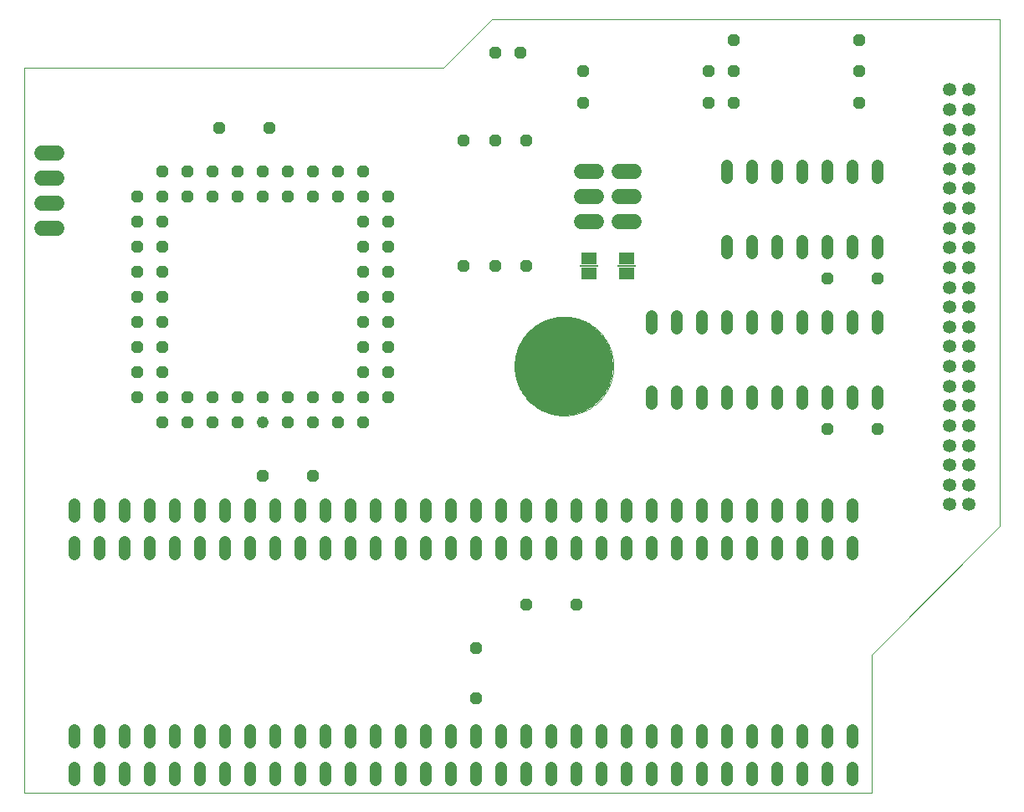
<source format=gts>
G04 EAGLE Gerber RS-274X export*
G75*
%MOMM*%
%FSLAX34Y34*%
%LPD*%
%INSolder Mask top*%
%IPPOS*%
%AMOC8*
5,1,8,0,0,1.08239X$1,22.5*%
G01*
%ADD10C,0.000000*%
%ADD11C,10.000000*%
%ADD12C,1.219200*%
%ADD13P,1.319650X8X202.500000*%
%ADD14C,1.219200*%
%ADD15C,1.524000*%
%ADD16C,1.350000*%
%ADD17P,1.319650X8X292.500000*%
%ADD18P,1.319650X8X22.500000*%
%ADD19R,1.600200X1.168400*%
%ADD20R,1.828800X0.152400*%
%ADD21P,1.319650X8X112.500000*%


D10*
X0Y0D02*
X857300Y0D01*
X857300Y139750D01*
X987300Y269850D01*
X987300Y782850D01*
X473000Y782850D01*
X423800Y733650D01*
X0Y733650D01*
X0Y0D01*
X496100Y431800D02*
X496115Y433027D01*
X496160Y434253D01*
X496235Y435478D01*
X496341Y436701D01*
X496476Y437921D01*
X496641Y439137D01*
X496836Y440348D01*
X497061Y441555D01*
X497315Y442755D01*
X497598Y443949D01*
X497911Y445136D01*
X498253Y446314D01*
X498624Y447484D01*
X499023Y448644D01*
X499450Y449795D01*
X499906Y450934D01*
X500390Y452062D01*
X500901Y453178D01*
X501439Y454281D01*
X502004Y455370D01*
X502596Y456445D01*
X503214Y457505D01*
X503857Y458550D01*
X504527Y459579D01*
X505221Y460590D01*
X505940Y461585D01*
X506683Y462562D01*
X507449Y463520D01*
X508240Y464459D01*
X509052Y465378D01*
X509888Y466277D01*
X510745Y467155D01*
X511623Y468012D01*
X512522Y468848D01*
X513441Y469660D01*
X514380Y470451D01*
X515338Y471217D01*
X516315Y471960D01*
X517310Y472679D01*
X518321Y473373D01*
X519350Y474043D01*
X520395Y474686D01*
X521455Y475304D01*
X522530Y475896D01*
X523619Y476461D01*
X524722Y476999D01*
X525838Y477510D01*
X526966Y477994D01*
X528105Y478450D01*
X529256Y478877D01*
X530416Y479276D01*
X531586Y479647D01*
X532764Y479989D01*
X533951Y480302D01*
X535145Y480585D01*
X536345Y480839D01*
X537552Y481064D01*
X538763Y481259D01*
X539979Y481424D01*
X541199Y481559D01*
X542422Y481665D01*
X543647Y481740D01*
X544873Y481785D01*
X546100Y481800D01*
X547327Y481785D01*
X548553Y481740D01*
X549778Y481665D01*
X551001Y481559D01*
X552221Y481424D01*
X553437Y481259D01*
X554648Y481064D01*
X555855Y480839D01*
X557055Y480585D01*
X558249Y480302D01*
X559436Y479989D01*
X560614Y479647D01*
X561784Y479276D01*
X562944Y478877D01*
X564095Y478450D01*
X565234Y477994D01*
X566362Y477510D01*
X567478Y476999D01*
X568581Y476461D01*
X569670Y475896D01*
X570745Y475304D01*
X571805Y474686D01*
X572850Y474043D01*
X573879Y473373D01*
X574890Y472679D01*
X575885Y471960D01*
X576862Y471217D01*
X577820Y470451D01*
X578759Y469660D01*
X579678Y468848D01*
X580577Y468012D01*
X581455Y467155D01*
X582312Y466277D01*
X583148Y465378D01*
X583960Y464459D01*
X584751Y463520D01*
X585517Y462562D01*
X586260Y461585D01*
X586979Y460590D01*
X587673Y459579D01*
X588343Y458550D01*
X588986Y457505D01*
X589604Y456445D01*
X590196Y455370D01*
X590761Y454281D01*
X591299Y453178D01*
X591810Y452062D01*
X592294Y450934D01*
X592750Y449795D01*
X593177Y448644D01*
X593576Y447484D01*
X593947Y446314D01*
X594289Y445136D01*
X594602Y443949D01*
X594885Y442755D01*
X595139Y441555D01*
X595364Y440348D01*
X595559Y439137D01*
X595724Y437921D01*
X595859Y436701D01*
X595965Y435478D01*
X596040Y434253D01*
X596085Y433027D01*
X596100Y431800D01*
X596085Y430573D01*
X596040Y429347D01*
X595965Y428122D01*
X595859Y426899D01*
X595724Y425679D01*
X595559Y424463D01*
X595364Y423252D01*
X595139Y422045D01*
X594885Y420845D01*
X594602Y419651D01*
X594289Y418464D01*
X593947Y417286D01*
X593576Y416116D01*
X593177Y414956D01*
X592750Y413805D01*
X592294Y412666D01*
X591810Y411538D01*
X591299Y410422D01*
X590761Y409319D01*
X590196Y408230D01*
X589604Y407155D01*
X588986Y406095D01*
X588343Y405050D01*
X587673Y404021D01*
X586979Y403010D01*
X586260Y402015D01*
X585517Y401038D01*
X584751Y400080D01*
X583960Y399141D01*
X583148Y398222D01*
X582312Y397323D01*
X581455Y396445D01*
X580577Y395588D01*
X579678Y394752D01*
X578759Y393940D01*
X577820Y393149D01*
X576862Y392383D01*
X575885Y391640D01*
X574890Y390921D01*
X573879Y390227D01*
X572850Y389557D01*
X571805Y388914D01*
X570745Y388296D01*
X569670Y387704D01*
X568581Y387139D01*
X567478Y386601D01*
X566362Y386090D01*
X565234Y385606D01*
X564095Y385150D01*
X562944Y384723D01*
X561784Y384324D01*
X560614Y383953D01*
X559436Y383611D01*
X558249Y383298D01*
X557055Y383015D01*
X555855Y382761D01*
X554648Y382536D01*
X553437Y382341D01*
X552221Y382176D01*
X551001Y382041D01*
X549778Y381935D01*
X548553Y381860D01*
X547327Y381815D01*
X546100Y381800D01*
X544873Y381815D01*
X543647Y381860D01*
X542422Y381935D01*
X541199Y382041D01*
X539979Y382176D01*
X538763Y382341D01*
X537552Y382536D01*
X536345Y382761D01*
X535145Y383015D01*
X533951Y383298D01*
X532764Y383611D01*
X531586Y383953D01*
X530416Y384324D01*
X529256Y384723D01*
X528105Y385150D01*
X526966Y385606D01*
X525838Y386090D01*
X524722Y386601D01*
X523619Y387139D01*
X522530Y387704D01*
X521455Y388296D01*
X520395Y388914D01*
X519350Y389557D01*
X518321Y390227D01*
X517310Y390921D01*
X516315Y391640D01*
X515338Y392383D01*
X514380Y393149D01*
X513441Y393940D01*
X512522Y394752D01*
X511623Y395588D01*
X510745Y396445D01*
X509888Y397323D01*
X509052Y398222D01*
X508240Y399141D01*
X507449Y400080D01*
X506683Y401038D01*
X505940Y402015D01*
X505221Y403010D01*
X504527Y404021D01*
X503857Y405050D01*
X503214Y406095D01*
X502596Y407155D01*
X502004Y408230D01*
X501439Y409319D01*
X500901Y410422D01*
X500390Y411538D01*
X499906Y412666D01*
X499450Y413805D01*
X499023Y414956D01*
X498624Y416116D01*
X498253Y417286D01*
X497911Y418464D01*
X497598Y419651D01*
X497315Y420845D01*
X497061Y422045D01*
X496836Y423252D01*
X496641Y424463D01*
X496476Y425679D01*
X496341Y426899D01*
X496235Y428122D01*
X496160Y429347D01*
X496115Y430573D01*
X496100Y431800D01*
D11*
X546100Y431800D03*
D12*
X241300Y374650D03*
D13*
X241300Y400050D03*
X266700Y374650D03*
X266700Y400050D03*
X292100Y374650D03*
X292100Y400050D03*
X317500Y374650D03*
X317500Y400050D03*
X342900Y374650D03*
X368300Y400050D03*
X342900Y400050D03*
X368300Y425450D03*
X342900Y425450D03*
X368300Y450850D03*
X342900Y450850D03*
X368300Y476250D03*
X342900Y476250D03*
X368300Y501650D03*
X342900Y501650D03*
X368300Y527050D03*
X342900Y527050D03*
X368300Y552450D03*
X342900Y552450D03*
X368300Y577850D03*
X342900Y577850D03*
X368300Y603250D03*
X342900Y628650D03*
X342900Y603250D03*
X317500Y628650D03*
X317500Y603250D03*
X292100Y628650D03*
X292100Y603250D03*
X266700Y628650D03*
X266700Y603250D03*
X241300Y628650D03*
X241300Y603250D03*
X215900Y628650D03*
X215900Y603250D03*
X190500Y628650D03*
X190500Y603250D03*
X165100Y628650D03*
X165100Y603250D03*
X139700Y628650D03*
X114300Y603250D03*
X139700Y603250D03*
X114300Y577850D03*
X139700Y577850D03*
X114300Y552450D03*
X139700Y552450D03*
X114300Y527050D03*
X139700Y527050D03*
X114300Y501650D03*
X139700Y501650D03*
X114300Y476250D03*
X139700Y476250D03*
X114300Y450850D03*
X139700Y450850D03*
X114300Y425450D03*
X139700Y425450D03*
X114300Y400050D03*
X139700Y374650D03*
X139700Y400050D03*
X165100Y374650D03*
X165100Y400050D03*
X190500Y374650D03*
X190500Y400050D03*
X215900Y374650D03*
X215900Y400050D03*
D14*
X863600Y622554D02*
X863600Y634746D01*
X838200Y634746D02*
X838200Y622554D01*
X711200Y622554D02*
X711200Y634746D01*
X711200Y558546D02*
X711200Y546354D01*
X812800Y622554D02*
X812800Y634746D01*
X787400Y634746D02*
X787400Y622554D01*
X736600Y622554D02*
X736600Y634746D01*
X762000Y634746D02*
X762000Y622554D01*
X736600Y558546D02*
X736600Y546354D01*
X762000Y546354D02*
X762000Y558546D01*
X787400Y558546D02*
X787400Y546354D01*
X812800Y546354D02*
X812800Y558546D01*
X838200Y558546D02*
X838200Y546354D01*
X863600Y546354D02*
X863600Y558546D01*
X863600Y482346D02*
X863600Y470154D01*
X838200Y470154D02*
X838200Y482346D01*
X711200Y482346D02*
X711200Y470154D01*
X685800Y470154D02*
X685800Y482346D01*
X812800Y482346D02*
X812800Y470154D01*
X787400Y470154D02*
X787400Y482346D01*
X736600Y482346D02*
X736600Y470154D01*
X762000Y470154D02*
X762000Y482346D01*
X660400Y482346D02*
X660400Y470154D01*
X635000Y470154D02*
X635000Y482346D01*
X635000Y406146D02*
X635000Y393954D01*
X660400Y393954D02*
X660400Y406146D01*
X685800Y406146D02*
X685800Y393954D01*
X711200Y393954D02*
X711200Y406146D01*
X736600Y406146D02*
X736600Y393954D01*
X762000Y393954D02*
X762000Y406146D01*
X787400Y406146D02*
X787400Y393954D01*
X812800Y393954D02*
X812800Y406146D01*
X838200Y406146D02*
X838200Y393954D01*
X863600Y393954D02*
X863600Y406146D01*
X838200Y291846D02*
X838200Y279654D01*
X812800Y279654D02*
X812800Y291846D01*
X787400Y291846D02*
X787400Y279654D01*
X762000Y279654D02*
X762000Y291846D01*
X736600Y291846D02*
X736600Y279654D01*
X711200Y279654D02*
X711200Y291846D01*
X685800Y291846D02*
X685800Y279654D01*
X660400Y279654D02*
X660400Y291846D01*
X635000Y291846D02*
X635000Y279654D01*
X609600Y279654D02*
X609600Y291846D01*
X584200Y291846D02*
X584200Y279654D01*
X558800Y279654D02*
X558800Y291846D01*
X533400Y291846D02*
X533400Y279654D01*
X508000Y279654D02*
X508000Y291846D01*
X482600Y291846D02*
X482600Y279654D01*
X457200Y279654D02*
X457200Y291846D01*
X431800Y291846D02*
X431800Y279654D01*
X406400Y279654D02*
X406400Y291846D01*
X381000Y291846D02*
X381000Y279654D01*
X50800Y279654D02*
X50800Y291846D01*
X50800Y63246D02*
X50800Y51054D01*
X381000Y51054D02*
X381000Y63246D01*
X406400Y63246D02*
X406400Y51054D01*
X431800Y51054D02*
X431800Y63246D01*
X457200Y63246D02*
X457200Y51054D01*
X482600Y51054D02*
X482600Y63246D01*
X508000Y63246D02*
X508000Y51054D01*
X533400Y51054D02*
X533400Y63246D01*
X558800Y63246D02*
X558800Y51054D01*
X584200Y51054D02*
X584200Y63246D01*
X609600Y63246D02*
X609600Y51054D01*
X635000Y51054D02*
X635000Y63246D01*
X660400Y63246D02*
X660400Y51054D01*
X685800Y51054D02*
X685800Y63246D01*
X711200Y63246D02*
X711200Y51054D01*
X736600Y51054D02*
X736600Y63246D01*
X762000Y63246D02*
X762000Y51054D01*
X787400Y51054D02*
X787400Y63246D01*
X812800Y63246D02*
X812800Y51054D01*
X838200Y51054D02*
X838200Y63246D01*
X355600Y279654D02*
X355600Y291846D01*
X330200Y291846D02*
X330200Y279654D01*
X304800Y279654D02*
X304800Y291846D01*
X279400Y291846D02*
X279400Y279654D01*
X254000Y279654D02*
X254000Y291846D01*
X228600Y291846D02*
X228600Y279654D01*
X203200Y279654D02*
X203200Y291846D01*
X177800Y291846D02*
X177800Y279654D01*
X152400Y279654D02*
X152400Y291846D01*
X127000Y291846D02*
X127000Y279654D01*
X101600Y279654D02*
X101600Y291846D01*
X76200Y291846D02*
X76200Y279654D01*
X355600Y63246D02*
X355600Y51054D01*
X330200Y51054D02*
X330200Y63246D01*
X304800Y63246D02*
X304800Y51054D01*
X279400Y51054D02*
X279400Y63246D01*
X254000Y63246D02*
X254000Y51054D01*
X228600Y51054D02*
X228600Y63246D01*
X203200Y63246D02*
X203200Y51054D01*
X177800Y51054D02*
X177800Y63246D01*
X152400Y63246D02*
X152400Y51054D01*
X127000Y51054D02*
X127000Y63246D01*
X101600Y63246D02*
X101600Y51054D01*
X76200Y51054D02*
X76200Y63246D01*
D15*
X33020Y647700D02*
X17780Y647700D01*
X17780Y622300D02*
X33020Y622300D01*
X33020Y596900D02*
X17780Y596900D01*
X17780Y571500D02*
X33020Y571500D01*
D16*
X956150Y291650D03*
X936150Y291650D03*
X956150Y311650D03*
X936150Y311650D03*
X956150Y331650D03*
X936150Y331650D03*
X956150Y351650D03*
X936150Y351650D03*
X956150Y371650D03*
X936150Y371650D03*
X956150Y391650D03*
X936150Y391650D03*
X956150Y411650D03*
X936150Y411650D03*
X956150Y431650D03*
X936150Y431650D03*
X956150Y451650D03*
X936150Y451650D03*
X956150Y471650D03*
X936150Y471650D03*
X956150Y491650D03*
X936150Y491650D03*
X956150Y511650D03*
X936150Y511650D03*
X956150Y531650D03*
X936150Y531650D03*
X956150Y551650D03*
X936150Y551650D03*
X956150Y571650D03*
X936150Y571650D03*
X956150Y591650D03*
X936150Y591650D03*
X956150Y611650D03*
X936150Y611650D03*
X956150Y631650D03*
X936150Y631650D03*
X956150Y651650D03*
X936150Y651650D03*
X956150Y671650D03*
X936150Y671650D03*
X956150Y691650D03*
X936150Y691650D03*
X956150Y711650D03*
X936150Y711650D03*
D14*
X838200Y253746D02*
X838200Y241554D01*
X812800Y241554D02*
X812800Y253746D01*
X787400Y253746D02*
X787400Y241554D01*
X762000Y241554D02*
X762000Y253746D01*
X736600Y253746D02*
X736600Y241554D01*
X711200Y241554D02*
X711200Y253746D01*
X685800Y253746D02*
X685800Y241554D01*
X660400Y241554D02*
X660400Y253746D01*
X635000Y253746D02*
X635000Y241554D01*
X609600Y241554D02*
X609600Y253746D01*
X584200Y253746D02*
X584200Y241554D01*
X558800Y241554D02*
X558800Y253746D01*
X533400Y253746D02*
X533400Y241554D01*
X508000Y241554D02*
X508000Y253746D01*
X482600Y253746D02*
X482600Y241554D01*
X457200Y241554D02*
X457200Y253746D01*
X431800Y253746D02*
X431800Y241554D01*
X406400Y241554D02*
X406400Y253746D01*
X381000Y253746D02*
X381000Y241554D01*
X50800Y241554D02*
X50800Y253746D01*
X50800Y25146D02*
X50800Y12954D01*
X381000Y12954D02*
X381000Y25146D01*
X406400Y25146D02*
X406400Y12954D01*
X431800Y12954D02*
X431800Y25146D01*
X457200Y25146D02*
X457200Y12954D01*
X482600Y12954D02*
X482600Y25146D01*
X508000Y25146D02*
X508000Y12954D01*
X533400Y12954D02*
X533400Y25146D01*
X558800Y25146D02*
X558800Y12954D01*
X584200Y12954D02*
X584200Y25146D01*
X609600Y25146D02*
X609600Y12954D01*
X635000Y12954D02*
X635000Y25146D01*
X660400Y25146D02*
X660400Y12954D01*
X685800Y12954D02*
X685800Y25146D01*
X711200Y25146D02*
X711200Y12954D01*
X736600Y12954D02*
X736600Y25146D01*
X762000Y25146D02*
X762000Y12954D01*
X787400Y12954D02*
X787400Y25146D01*
X812800Y25146D02*
X812800Y12954D01*
X838200Y12954D02*
X838200Y25146D01*
X355600Y241554D02*
X355600Y253746D01*
X330200Y253746D02*
X330200Y241554D01*
X304800Y241554D02*
X304800Y253746D01*
X279400Y253746D02*
X279400Y241554D01*
X254000Y241554D02*
X254000Y253746D01*
X228600Y253746D02*
X228600Y241554D01*
X203200Y241554D02*
X203200Y253746D01*
X177800Y253746D02*
X177800Y241554D01*
X152400Y241554D02*
X152400Y253746D01*
X127000Y253746D02*
X127000Y241554D01*
X101600Y241554D02*
X101600Y253746D01*
X76200Y253746D02*
X76200Y241554D01*
X355600Y25146D02*
X355600Y12954D01*
X330200Y12954D02*
X330200Y25146D01*
X304800Y25146D02*
X304800Y12954D01*
X279400Y12954D02*
X279400Y25146D01*
X254000Y25146D02*
X254000Y12954D01*
X228600Y12954D02*
X228600Y25146D01*
X203200Y25146D02*
X203200Y12954D01*
X177800Y12954D02*
X177800Y25146D01*
X152400Y25146D02*
X152400Y12954D01*
X127000Y12954D02*
X127000Y25146D01*
X101600Y25146D02*
X101600Y12954D01*
X76200Y12954D02*
X76200Y25146D01*
D17*
X444500Y660400D03*
X444500Y533400D03*
X508000Y660400D03*
X508000Y533400D03*
D13*
X692150Y698500D03*
X565150Y698500D03*
X692150Y730250D03*
X565150Y730250D03*
X844550Y762000D03*
X717550Y762000D03*
D18*
X717550Y730250D03*
X844550Y730250D03*
D13*
X844550Y698500D03*
X717550Y698500D03*
D15*
X617220Y577850D02*
X601980Y577850D01*
X601980Y603250D02*
X617220Y603250D01*
X617220Y628650D02*
X601980Y628650D01*
D18*
X476250Y749300D03*
X501650Y749300D03*
D17*
X476250Y660400D03*
X476250Y533400D03*
D15*
X563880Y577850D02*
X579120Y577850D01*
X579120Y603250D02*
X563880Y603250D01*
X563880Y628650D02*
X579120Y628650D01*
D19*
X609600Y525780D03*
X609600Y541020D03*
D20*
X609600Y533400D03*
D19*
X571500Y525780D03*
X571500Y541020D03*
D20*
X571500Y533400D03*
D18*
X508000Y190500D03*
X558800Y190500D03*
D21*
X457200Y95250D03*
X457200Y146050D03*
D13*
X247650Y673100D03*
X196850Y673100D03*
D18*
X241300Y320675D03*
X292100Y320675D03*
D13*
X863600Y520700D03*
X812800Y520700D03*
X863600Y368300D03*
X812800Y368300D03*
M02*

</source>
